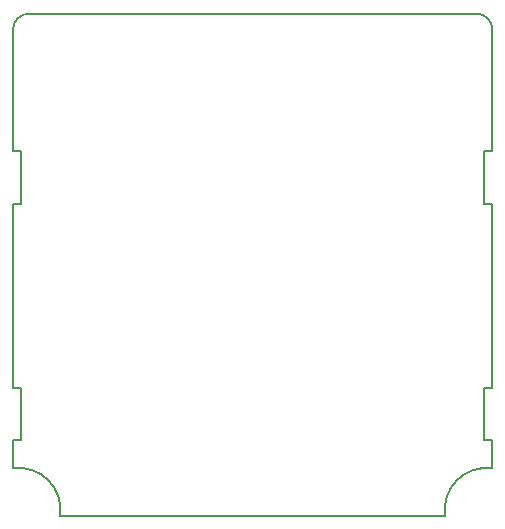
<source format=gbr>
G04 DipTrace 3.2.0.1*
G04 BoardOutline.gbr*
%MOMM*%
G04 #@! TF.FileFunction,Profile*
G04 #@! TF.Part,Single*
%ADD11C,0.14*%
%FSLAX35Y35*%
G04*
G71*
G90*
G75*
G01*
G04 BoardOutline*
%LPD*%
X-1890000Y1850000D2*
D11*
G03X-2030000Y1710000I-3333J-136667D01*
G01*
Y690200D1*
X-1960000D1*
Y240000D1*
X-2030000D1*
Y-1320200D1*
X-1960000D1*
Y-1759800D1*
X-2030000D1*
Y-2000000D1*
G02X-1630000Y-2400000I50000J-350000D01*
G01*
X1630000D1*
G02X2030000Y-2000000I350000J50000D01*
G01*
Y-1759800D1*
X1960000D1*
Y-1320200D1*
X2030000D1*
Y240000D1*
X1960000D1*
Y690200D1*
X2030000D1*
Y1710000D1*
G03X1890000Y1850000I-136667J3333D01*
G01*
X-1890000D1*
M02*

</source>
